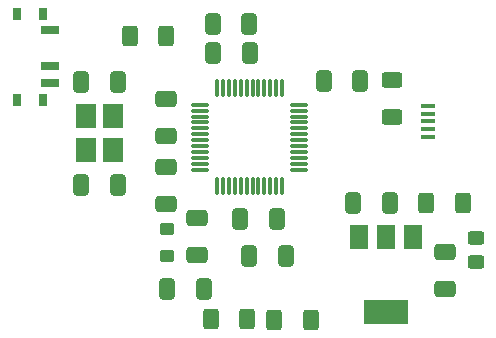
<source format=gbr>
%TF.GenerationSoftware,KiCad,Pcbnew,(6.0.10)*%
%TF.CreationDate,2023-02-14T22:37:11+03:00*%
%TF.ProjectId,BluePill,426c7565-5069-46c6-9c2e-6b696361645f,rev?*%
%TF.SameCoordinates,Original*%
%TF.FileFunction,Paste,Top*%
%TF.FilePolarity,Positive*%
%FSLAX46Y46*%
G04 Gerber Fmt 4.6, Leading zero omitted, Abs format (unit mm)*
G04 Created by KiCad (PCBNEW (6.0.10)) date 2023-02-14 22:37:11*
%MOMM*%
%LPD*%
G01*
G04 APERTURE LIST*
G04 Aperture macros list*
%AMRoundRect*
0 Rectangle with rounded corners*
0 $1 Rounding radius*
0 $2 $3 $4 $5 $6 $7 $8 $9 X,Y pos of 4 corners*
0 Add a 4 corners polygon primitive as box body*
4,1,4,$2,$3,$4,$5,$6,$7,$8,$9,$2,$3,0*
0 Add four circle primitives for the rounded corners*
1,1,$1+$1,$2,$3*
1,1,$1+$1,$4,$5*
1,1,$1+$1,$6,$7*
1,1,$1+$1,$8,$9*
0 Add four rect primitives between the rounded corners*
20,1,$1+$1,$2,$3,$4,$5,0*
20,1,$1+$1,$4,$5,$6,$7,0*
20,1,$1+$1,$6,$7,$8,$9,0*
20,1,$1+$1,$8,$9,$2,$3,0*%
G04 Aperture macros list end*
%ADD10RoundRect,0.250000X0.412500X0.650000X-0.412500X0.650000X-0.412500X-0.650000X0.412500X-0.650000X0*%
%ADD11RoundRect,0.250000X-0.412500X-0.650000X0.412500X-0.650000X0.412500X0.650000X-0.412500X0.650000X0*%
%ADD12RoundRect,0.250000X-0.350000X0.275000X-0.350000X-0.275000X0.350000X-0.275000X0.350000X0.275000X0*%
%ADD13RoundRect,0.250000X-0.650000X0.412500X-0.650000X-0.412500X0.650000X-0.412500X0.650000X0.412500X0*%
%ADD14R,0.800000X1.000000*%
%ADD15R,1.500000X0.700000*%
%ADD16RoundRect,0.250000X0.400000X0.625000X-0.400000X0.625000X-0.400000X-0.625000X0.400000X-0.625000X0*%
%ADD17RoundRect,0.250000X-0.625000X0.400000X-0.625000X-0.400000X0.625000X-0.400000X0.625000X0.400000X0*%
%ADD18RoundRect,0.250000X0.650000X-0.412500X0.650000X0.412500X-0.650000X0.412500X-0.650000X-0.412500X0*%
%ADD19R,1.800000X2.100000*%
%ADD20R,1.500000X2.000000*%
%ADD21R,3.800000X2.000000*%
%ADD22RoundRect,0.250000X-0.400000X-0.625000X0.400000X-0.625000X0.400000X0.625000X-0.400000X0.625000X0*%
%ADD23RoundRect,0.250000X-0.450000X0.325000X-0.450000X-0.325000X0.450000X-0.325000X0.450000X0.325000X0*%
%ADD24R,1.300000X0.450000*%
%ADD25RoundRect,0.075000X-0.662500X-0.075000X0.662500X-0.075000X0.662500X0.075000X-0.662500X0.075000X0*%
%ADD26RoundRect,0.075000X-0.075000X-0.662500X0.075000X-0.662500X0.075000X0.662500X-0.075000X0.662500X0*%
G04 APERTURE END LIST*
D10*
%TO.C,C5*%
X103162500Y-58851800D03*
X100037500Y-58851800D03*
%TD*%
D11*
%TO.C,C1*%
X123075300Y-69062600D03*
X126200300Y-69062600D03*
%TD*%
%TO.C,C13*%
X107301900Y-76352400D03*
X110426900Y-76352400D03*
%TD*%
D12*
%TO.C,FB1*%
X107340400Y-71290800D03*
X107340400Y-73590800D03*
%TD*%
D13*
%TO.C,C6*%
X107213400Y-63386100D03*
X107213400Y-60261100D03*
%TD*%
D14*
%TO.C,SW1*%
X94570000Y-53041200D03*
X96780000Y-53041200D03*
X94570000Y-60341200D03*
X96780000Y-60341200D03*
D15*
X97430000Y-54441200D03*
X97430000Y-57441200D03*
X97430000Y-58941200D03*
%TD*%
D16*
%TO.C,R3*%
X119482200Y-78943200D03*
X116382200Y-78943200D03*
%TD*%
D17*
%TO.C,R5*%
X126339600Y-61748000D03*
X126339600Y-58648000D03*
%TD*%
D13*
%TO.C,C12*%
X109829600Y-70319500D03*
X109829600Y-73444500D03*
%TD*%
D18*
%TO.C,C2*%
X130886200Y-76365500D03*
X130886200Y-73240500D03*
%TD*%
D19*
%TO.C,Y1*%
X100424600Y-61719800D03*
X100424600Y-64619800D03*
X102724600Y-64619800D03*
X102724600Y-61719800D03*
%TD*%
D11*
%TO.C,C8*%
X120560700Y-58724800D03*
X123685700Y-58724800D03*
%TD*%
D18*
%TO.C,C11*%
X107238800Y-69126500D03*
X107238800Y-66001500D03*
%TD*%
D20*
%TO.C,U1*%
X128157000Y-71957800D03*
X125857000Y-71957800D03*
D21*
X125857000Y-78257800D03*
D20*
X123557000Y-71957800D03*
%TD*%
D22*
%TO.C,R4*%
X104139400Y-54940200D03*
X107239400Y-54940200D03*
%TD*%
D16*
%TO.C,R1*%
X132334600Y-69037200D03*
X129234600Y-69037200D03*
%TD*%
D23*
%TO.C,D1*%
X133502400Y-72050800D03*
X133502400Y-74100800D03*
%TD*%
D24*
%TO.C,J4*%
X129425000Y-63470000D03*
X129425000Y-62820000D03*
X129425000Y-62170000D03*
X129425000Y-61520000D03*
X129425000Y-60870000D03*
%TD*%
D10*
%TO.C,C9*%
X100062900Y-67564000D03*
X103187900Y-67564000D03*
%TD*%
D22*
%TO.C,R2*%
X110997400Y-78917800D03*
X114097400Y-78917800D03*
%TD*%
D11*
%TO.C,C4*%
X114286900Y-73533000D03*
X117411900Y-73533000D03*
%TD*%
%TO.C,C3*%
X111162700Y-53898800D03*
X114287700Y-53898800D03*
%TD*%
D10*
%TO.C,C10*%
X116624500Y-70459600D03*
X113499500Y-70459600D03*
%TD*%
D11*
%TO.C,C7*%
X111213500Y-56388000D03*
X114338500Y-56388000D03*
%TD*%
D25*
%TO.C,U2*%
X110137500Y-60750000D03*
X110137500Y-61250000D03*
X110137500Y-61750000D03*
X110137500Y-62250000D03*
X110137500Y-62750000D03*
X110137500Y-63250000D03*
X110137500Y-63750000D03*
X110137500Y-64250000D03*
X110137500Y-64750000D03*
X110137500Y-65250000D03*
X110137500Y-65750000D03*
X110137500Y-66250000D03*
D26*
X111550000Y-67662500D03*
X112050000Y-67662500D03*
X112550000Y-67662500D03*
X113050000Y-67662500D03*
X113550000Y-67662500D03*
X114050000Y-67662500D03*
X114550000Y-67662500D03*
X115050000Y-67662500D03*
X115550000Y-67662500D03*
X116050000Y-67662500D03*
X116550000Y-67662500D03*
X117050000Y-67662500D03*
D25*
X118462500Y-66250000D03*
X118462500Y-65750000D03*
X118462500Y-65250000D03*
X118462500Y-64750000D03*
X118462500Y-64250000D03*
X118462500Y-63750000D03*
X118462500Y-63250000D03*
X118462500Y-62750000D03*
X118462500Y-62250000D03*
X118462500Y-61750000D03*
X118462500Y-61250000D03*
X118462500Y-60750000D03*
D26*
X117050000Y-59337500D03*
X116550000Y-59337500D03*
X116050000Y-59337500D03*
X115550000Y-59337500D03*
X115050000Y-59337500D03*
X114550000Y-59337500D03*
X114050000Y-59337500D03*
X113550000Y-59337500D03*
X113050000Y-59337500D03*
X112550000Y-59337500D03*
X112050000Y-59337500D03*
X111550000Y-59337500D03*
%TD*%
M02*

</source>
